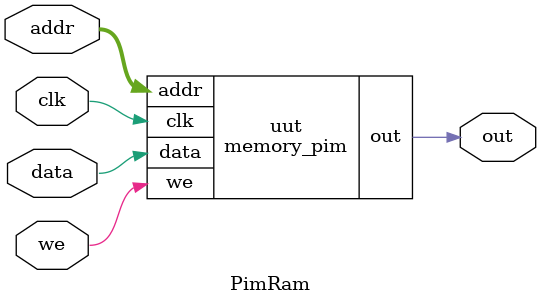
<source format=v>
/*********************************************************************



# Description: Renaming depth-split PimRam to memory_pim #



#			   to be recognized by VTR flow CAD tools. This file  	 #



#			   is executed by the Yosys synthesis flow once the      #



#			   memory_pim.v is executed.		  	  			 #



#																  	 #



# Author: Seyed Alireza Damghani (sdamghann@gmail.com)   		 	 #



*********************************************************************/







`timescale 1ps/1ps







`define MEM_MAXADDR 9



`define MEM_MAXDATA 36







// depth and data may need to be splited



module PimRam(clk, we, addr, data, out);







    parameter ADDR_WIDTH = `MEM_MAXADDR;



    parameter DATA_WIDTH = 1;







    input clk;



    input we;



    input [ADDR_WIDTH - 1:0] addr;



    input [DATA_WIDTH - 1:0] data;



    



    output reg [DATA_WIDTH - 1:0] out;    







	memory_pim uut (



                    .clk(clk), 



                    .we(we), 



                    .addr(addr), 



                    .data(data), 



                    .out(out)



                );







endmodule







(* blackbox *)



module memory_pim(clk, data, addr, we, out);







    localparam ADDR_WIDTH = `MEM_MAXADDR;



    localparam DATA_WIDTH = 1;







    input clk;



    input we;



    input [ADDR_WIDTH-1:0] addr;



    input [DATA_WIDTH-1:0] data;



    



    output reg [DATA_WIDTH-1:0] out;



    /*



    reg [DATA_WIDTH-1:0] RAM [(1<<ADDR_WIDTH)-1:0];







    always @(posedge clk)



    begin



        if (we)



                RAM[addr] <= data;



                



        out <= RAM[addr];



    end



    */



endmodule


</source>
